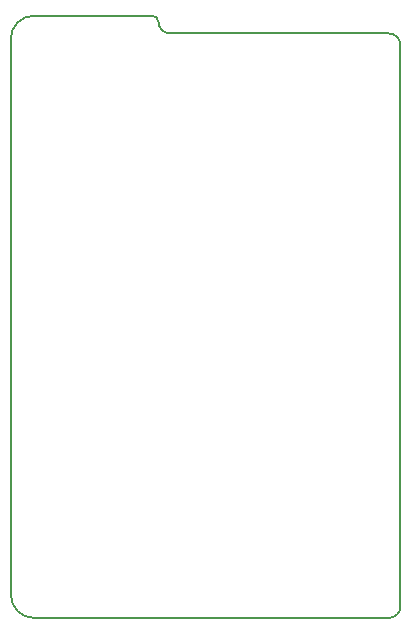
<source format=gbr>
G04 #@! TF.FileFunction,Profile,NP*
%FSLAX46Y46*%
G04 Gerber Fmt 4.6, Leading zero omitted, Abs format (unit mm)*
G04 Created by KiCad (PCBNEW 4.0.6-e0-6349~53~ubuntu14.04.1) date Mon Apr  3 13:59:57 2017*
%MOMM*%
%LPD*%
G01*
G04 APERTURE LIST*
%ADD10C,0.100000*%
%ADD11C,0.150000*%
G04 APERTURE END LIST*
D10*
D11*
X126000000Y-128000000D02*
G75*
G03X128000000Y-130000000I2000000J0D01*
G01*
X158000000Y-130000000D02*
X128000000Y-130000000D01*
X158000000Y-130000000D02*
G75*
G03X159000000Y-129000000I0J1000000D01*
G01*
X159000000Y-81500000D02*
X159000000Y-129000000D01*
X159000000Y-81500000D02*
G75*
G03X158000000Y-80500000I-1000000J0D01*
G01*
X139500000Y-80500000D02*
X158000000Y-80500000D01*
X139500000Y-80500000D02*
G75*
G02X138500000Y-79500000I0J1000000D01*
G01*
X138000000Y-79000000D02*
G75*
G02X138500000Y-79500000I0J-500000D01*
G01*
X128000000Y-79000000D02*
X138000000Y-79000000D01*
X128000000Y-79000000D02*
G75*
G03X126000000Y-81000000I0J-2000000D01*
G01*
X126000000Y-81000000D02*
X126000000Y-128000000D01*
M02*

</source>
